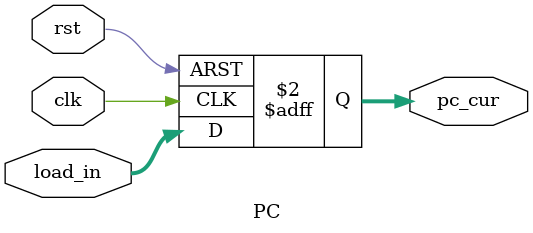
<source format=sv>
module PC(
	input clk ,
	input rst ,
	input[9:0] load_in ,
	output reg[9:0] pc_cur
);
	always @(negedge clk , posedge rst) begin
		if ( rst )
			pc_cur <= 16'd0 ;
		else
			pc_cur <= load_in ;
	end
endmodule

</source>
